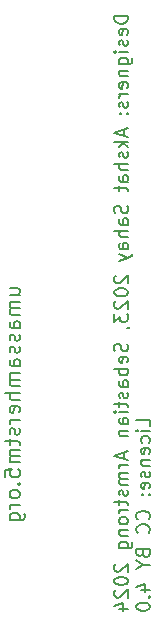
<source format=gbr>
%TF.GenerationSoftware,KiCad,Pcbnew,(5.1.12)-1*%
%TF.CreationDate,2022-01-27T23:25:20+05:30*%
%TF.ProjectId,M5_BuggyProject,4d355f42-7567-4677-9950-726f6a656374,v1.0*%
%TF.SameCoordinates,Original*%
%TF.FileFunction,Legend,Bot*%
%TF.FilePolarity,Positive*%
%FSLAX46Y46*%
G04 Gerber Fmt 4.6, Leading zero omitted, Abs format (unit mm)*
G04 Created by KiCad (PCBNEW (5.1.12)-1) date 2022-01-27 23:25:20*
%MOMM*%
%LPD*%
G01*
G04 APERTURE LIST*
%ADD10C,0.150000*%
%ADD11C,0.152400*%
G04 APERTURE END LIST*
D10*
X91675857Y-66662904D02*
X92522523Y-66662904D01*
X91675857Y-66118619D02*
X92341095Y-66118619D01*
X92462047Y-66179095D01*
X92522523Y-66300047D01*
X92522523Y-66481476D01*
X92462047Y-66602428D01*
X92401571Y-66662904D01*
X92522523Y-67267666D02*
X91675857Y-67267666D01*
X91796809Y-67267666D02*
X91736333Y-67328142D01*
X91675857Y-67449095D01*
X91675857Y-67630523D01*
X91736333Y-67751476D01*
X91857285Y-67811952D01*
X92522523Y-67811952D01*
X91857285Y-67811952D02*
X91736333Y-67872428D01*
X91675857Y-67993380D01*
X91675857Y-68174809D01*
X91736333Y-68295761D01*
X91857285Y-68356238D01*
X92522523Y-68356238D01*
X92522523Y-69505285D02*
X91857285Y-69505285D01*
X91736333Y-69444809D01*
X91675857Y-69323857D01*
X91675857Y-69081952D01*
X91736333Y-68961000D01*
X92462047Y-69505285D02*
X92522523Y-69384333D01*
X92522523Y-69081952D01*
X92462047Y-68961000D01*
X92341095Y-68900523D01*
X92220142Y-68900523D01*
X92099190Y-68961000D01*
X92038714Y-69081952D01*
X92038714Y-69384333D01*
X91978238Y-69505285D01*
X92462047Y-70049571D02*
X92522523Y-70170523D01*
X92522523Y-70412428D01*
X92462047Y-70533380D01*
X92341095Y-70593857D01*
X92280619Y-70593857D01*
X92159666Y-70533380D01*
X92099190Y-70412428D01*
X92099190Y-70231000D01*
X92038714Y-70110047D01*
X91917761Y-70049571D01*
X91857285Y-70049571D01*
X91736333Y-70110047D01*
X91675857Y-70231000D01*
X91675857Y-70412428D01*
X91736333Y-70533380D01*
X92462047Y-71077666D02*
X92522523Y-71198619D01*
X92522523Y-71440523D01*
X92462047Y-71561476D01*
X92341095Y-71621952D01*
X92280619Y-71621952D01*
X92159666Y-71561476D01*
X92099190Y-71440523D01*
X92099190Y-71259095D01*
X92038714Y-71138142D01*
X91917761Y-71077666D01*
X91857285Y-71077666D01*
X91736333Y-71138142D01*
X91675857Y-71259095D01*
X91675857Y-71440523D01*
X91736333Y-71561476D01*
X92522523Y-72710523D02*
X91857285Y-72710523D01*
X91736333Y-72650047D01*
X91675857Y-72529095D01*
X91675857Y-72287190D01*
X91736333Y-72166238D01*
X92462047Y-72710523D02*
X92522523Y-72589571D01*
X92522523Y-72287190D01*
X92462047Y-72166238D01*
X92341095Y-72105761D01*
X92220142Y-72105761D01*
X92099190Y-72166238D01*
X92038714Y-72287190D01*
X92038714Y-72589571D01*
X91978238Y-72710523D01*
X92522523Y-73315285D02*
X91675857Y-73315285D01*
X91796809Y-73315285D02*
X91736333Y-73375761D01*
X91675857Y-73496714D01*
X91675857Y-73678142D01*
X91736333Y-73799095D01*
X91857285Y-73859571D01*
X92522523Y-73859571D01*
X91857285Y-73859571D02*
X91736333Y-73920047D01*
X91675857Y-74041000D01*
X91675857Y-74222428D01*
X91736333Y-74343380D01*
X91857285Y-74403857D01*
X92522523Y-74403857D01*
X92522523Y-75008619D02*
X91252523Y-75008619D01*
X92522523Y-75552904D02*
X91857285Y-75552904D01*
X91736333Y-75492428D01*
X91675857Y-75371476D01*
X91675857Y-75190047D01*
X91736333Y-75069095D01*
X91796809Y-75008619D01*
X92462047Y-76641476D02*
X92522523Y-76520523D01*
X92522523Y-76278619D01*
X92462047Y-76157666D01*
X92341095Y-76097190D01*
X91857285Y-76097190D01*
X91736333Y-76157666D01*
X91675857Y-76278619D01*
X91675857Y-76520523D01*
X91736333Y-76641476D01*
X91857285Y-76701952D01*
X91978238Y-76701952D01*
X92099190Y-76097190D01*
X92522523Y-77246238D02*
X91675857Y-77246238D01*
X91917761Y-77246238D02*
X91796809Y-77306714D01*
X91736333Y-77367190D01*
X91675857Y-77488142D01*
X91675857Y-77609095D01*
X92462047Y-77971952D02*
X92522523Y-78092904D01*
X92522523Y-78334809D01*
X92462047Y-78455761D01*
X92341095Y-78516238D01*
X92280619Y-78516238D01*
X92159666Y-78455761D01*
X92099190Y-78334809D01*
X92099190Y-78153380D01*
X92038714Y-78032428D01*
X91917761Y-77971952D01*
X91857285Y-77971952D01*
X91736333Y-78032428D01*
X91675857Y-78153380D01*
X91675857Y-78334809D01*
X91736333Y-78455761D01*
X91675857Y-78879095D02*
X91675857Y-79362904D01*
X91252523Y-79060523D02*
X92341095Y-79060523D01*
X92462047Y-79121000D01*
X92522523Y-79241952D01*
X92522523Y-79362904D01*
X92522523Y-79786238D02*
X91675857Y-79786238D01*
X91796809Y-79786238D02*
X91736333Y-79846714D01*
X91675857Y-79967666D01*
X91675857Y-80149095D01*
X91736333Y-80270047D01*
X91857285Y-80330523D01*
X92522523Y-80330523D01*
X91857285Y-80330523D02*
X91736333Y-80391000D01*
X91675857Y-80511952D01*
X91675857Y-80693380D01*
X91736333Y-80814333D01*
X91857285Y-80874809D01*
X92522523Y-80874809D01*
X91252523Y-82084333D02*
X91252523Y-81479571D01*
X91857285Y-81419095D01*
X91796809Y-81479571D01*
X91736333Y-81600523D01*
X91736333Y-81902904D01*
X91796809Y-82023857D01*
X91857285Y-82084333D01*
X91978238Y-82144809D01*
X92280619Y-82144809D01*
X92401571Y-82084333D01*
X92462047Y-82023857D01*
X92522523Y-81902904D01*
X92522523Y-81600523D01*
X92462047Y-81479571D01*
X92401571Y-81419095D01*
X92401571Y-82689095D02*
X92462047Y-82749571D01*
X92522523Y-82689095D01*
X92462047Y-82628619D01*
X92401571Y-82689095D01*
X92522523Y-82689095D01*
X92522523Y-83475285D02*
X92462047Y-83354333D01*
X92401571Y-83293857D01*
X92280619Y-83233380D01*
X91917761Y-83233380D01*
X91796809Y-83293857D01*
X91736333Y-83354333D01*
X91675857Y-83475285D01*
X91675857Y-83656714D01*
X91736333Y-83777666D01*
X91796809Y-83838142D01*
X91917761Y-83898619D01*
X92280619Y-83898619D01*
X92401571Y-83838142D01*
X92462047Y-83777666D01*
X92522523Y-83656714D01*
X92522523Y-83475285D01*
X92522523Y-84442904D02*
X91675857Y-84442904D01*
X91917761Y-84442904D02*
X91796809Y-84503380D01*
X91736333Y-84563857D01*
X91675857Y-84684809D01*
X91675857Y-84805761D01*
X91675857Y-85773380D02*
X92703952Y-85773380D01*
X92824904Y-85712904D01*
X92885380Y-85652428D01*
X92945857Y-85531476D01*
X92945857Y-85350047D01*
X92885380Y-85229095D01*
X92462047Y-85773380D02*
X92522523Y-85652428D01*
X92522523Y-85410523D01*
X92462047Y-85289571D01*
X92401571Y-85229095D01*
X92280619Y-85168619D01*
X91917761Y-85168619D01*
X91796809Y-85229095D01*
X91736333Y-85289571D01*
X91675857Y-85410523D01*
X91675857Y-85652428D01*
X91736333Y-85773380D01*
D11*
X101691621Y-43062797D02*
X100548621Y-43062797D01*
X100548621Y-43334940D01*
X100603050Y-43498225D01*
X100711907Y-43607082D01*
X100820764Y-43661511D01*
X101038478Y-43715940D01*
X101201764Y-43715940D01*
X101419478Y-43661511D01*
X101528335Y-43607082D01*
X101637192Y-43498225D01*
X101691621Y-43334940D01*
X101691621Y-43062797D01*
X101637192Y-44641225D02*
X101691621Y-44532368D01*
X101691621Y-44314654D01*
X101637192Y-44205797D01*
X101528335Y-44151368D01*
X101092907Y-44151368D01*
X100984050Y-44205797D01*
X100929621Y-44314654D01*
X100929621Y-44532368D01*
X100984050Y-44641225D01*
X101092907Y-44695654D01*
X101201764Y-44695654D01*
X101310621Y-44151368D01*
X101637192Y-45131082D02*
X101691621Y-45239940D01*
X101691621Y-45457654D01*
X101637192Y-45566511D01*
X101528335Y-45620940D01*
X101473907Y-45620940D01*
X101365050Y-45566511D01*
X101310621Y-45457654D01*
X101310621Y-45294368D01*
X101256192Y-45185511D01*
X101147335Y-45131082D01*
X101092907Y-45131082D01*
X100984050Y-45185511D01*
X100929621Y-45294368D01*
X100929621Y-45457654D01*
X100984050Y-45566511D01*
X101691621Y-46110797D02*
X100929621Y-46110797D01*
X100548621Y-46110797D02*
X100603050Y-46056368D01*
X100657478Y-46110797D01*
X100603050Y-46165225D01*
X100548621Y-46110797D01*
X100657478Y-46110797D01*
X100929621Y-47144940D02*
X101854907Y-47144940D01*
X101963764Y-47090511D01*
X102018192Y-47036082D01*
X102072621Y-46927225D01*
X102072621Y-46763940D01*
X102018192Y-46655082D01*
X101637192Y-47144940D02*
X101691621Y-47036082D01*
X101691621Y-46818368D01*
X101637192Y-46709511D01*
X101582764Y-46655082D01*
X101473907Y-46600654D01*
X101147335Y-46600654D01*
X101038478Y-46655082D01*
X100984050Y-46709511D01*
X100929621Y-46818368D01*
X100929621Y-47036082D01*
X100984050Y-47144940D01*
X100929621Y-47689225D02*
X101691621Y-47689225D01*
X101038478Y-47689225D02*
X100984050Y-47743654D01*
X100929621Y-47852511D01*
X100929621Y-48015797D01*
X100984050Y-48124654D01*
X101092907Y-48179082D01*
X101691621Y-48179082D01*
X101637192Y-49158797D02*
X101691621Y-49049940D01*
X101691621Y-48832225D01*
X101637192Y-48723368D01*
X101528335Y-48668940D01*
X101092907Y-48668940D01*
X100984050Y-48723368D01*
X100929621Y-48832225D01*
X100929621Y-49049940D01*
X100984050Y-49158797D01*
X101092907Y-49213225D01*
X101201764Y-49213225D01*
X101310621Y-48668940D01*
X101691621Y-49703082D02*
X100929621Y-49703082D01*
X101147335Y-49703082D02*
X101038478Y-49757511D01*
X100984050Y-49811940D01*
X100929621Y-49920797D01*
X100929621Y-50029654D01*
X101637192Y-50356225D02*
X101691621Y-50465082D01*
X101691621Y-50682797D01*
X101637192Y-50791654D01*
X101528335Y-50846082D01*
X101473907Y-50846082D01*
X101365050Y-50791654D01*
X101310621Y-50682797D01*
X101310621Y-50519511D01*
X101256192Y-50410654D01*
X101147335Y-50356225D01*
X101092907Y-50356225D01*
X100984050Y-50410654D01*
X100929621Y-50519511D01*
X100929621Y-50682797D01*
X100984050Y-50791654D01*
X101582764Y-51335940D02*
X101637192Y-51390368D01*
X101691621Y-51335940D01*
X101637192Y-51281511D01*
X101582764Y-51335940D01*
X101691621Y-51335940D01*
X100984050Y-51335940D02*
X101038478Y-51390368D01*
X101092907Y-51335940D01*
X101038478Y-51281511D01*
X100984050Y-51335940D01*
X101092907Y-51335940D01*
X101365050Y-52696654D02*
X101365050Y-53240940D01*
X101691621Y-52587797D02*
X100548621Y-52968797D01*
X101691621Y-53349797D01*
X101691621Y-53730797D02*
X100548621Y-53730797D01*
X101256192Y-53839654D02*
X101691621Y-54166225D01*
X100929621Y-54166225D02*
X101365050Y-53730797D01*
X101637192Y-54601654D02*
X101691621Y-54710511D01*
X101691621Y-54928225D01*
X101637192Y-55037082D01*
X101528335Y-55091511D01*
X101473907Y-55091511D01*
X101365050Y-55037082D01*
X101310621Y-54928225D01*
X101310621Y-54764940D01*
X101256192Y-54656082D01*
X101147335Y-54601654D01*
X101092907Y-54601654D01*
X100984050Y-54656082D01*
X100929621Y-54764940D01*
X100929621Y-54928225D01*
X100984050Y-55037082D01*
X101691621Y-55581368D02*
X100548621Y-55581368D01*
X101691621Y-56071225D02*
X101092907Y-56071225D01*
X100984050Y-56016797D01*
X100929621Y-55907940D01*
X100929621Y-55744654D01*
X100984050Y-55635797D01*
X101038478Y-55581368D01*
X101691621Y-57105368D02*
X101092907Y-57105368D01*
X100984050Y-57050940D01*
X100929621Y-56942082D01*
X100929621Y-56724368D01*
X100984050Y-56615511D01*
X101637192Y-57105368D02*
X101691621Y-56996511D01*
X101691621Y-56724368D01*
X101637192Y-56615511D01*
X101528335Y-56561082D01*
X101419478Y-56561082D01*
X101310621Y-56615511D01*
X101256192Y-56724368D01*
X101256192Y-56996511D01*
X101201764Y-57105368D01*
X100929621Y-57486368D02*
X100929621Y-57921797D01*
X100548621Y-57649654D02*
X101528335Y-57649654D01*
X101637192Y-57704082D01*
X101691621Y-57812940D01*
X101691621Y-57921797D01*
X101637192Y-59119225D02*
X101691621Y-59282511D01*
X101691621Y-59554654D01*
X101637192Y-59663511D01*
X101582764Y-59717940D01*
X101473907Y-59772368D01*
X101365050Y-59772368D01*
X101256192Y-59717940D01*
X101201764Y-59663511D01*
X101147335Y-59554654D01*
X101092907Y-59336940D01*
X101038478Y-59228082D01*
X100984050Y-59173654D01*
X100875192Y-59119225D01*
X100766335Y-59119225D01*
X100657478Y-59173654D01*
X100603050Y-59228082D01*
X100548621Y-59336940D01*
X100548621Y-59609082D01*
X100603050Y-59772368D01*
X101691621Y-60752082D02*
X101092907Y-60752082D01*
X100984050Y-60697654D01*
X100929621Y-60588797D01*
X100929621Y-60371082D01*
X100984050Y-60262225D01*
X101637192Y-60752082D02*
X101691621Y-60643225D01*
X101691621Y-60371082D01*
X101637192Y-60262225D01*
X101528335Y-60207797D01*
X101419478Y-60207797D01*
X101310621Y-60262225D01*
X101256192Y-60371082D01*
X101256192Y-60643225D01*
X101201764Y-60752082D01*
X101691621Y-61296368D02*
X100548621Y-61296368D01*
X101691621Y-61786225D02*
X101092907Y-61786225D01*
X100984050Y-61731797D01*
X100929621Y-61622940D01*
X100929621Y-61459654D01*
X100984050Y-61350797D01*
X101038478Y-61296368D01*
X101691621Y-62820368D02*
X101092907Y-62820368D01*
X100984050Y-62765940D01*
X100929621Y-62657082D01*
X100929621Y-62439368D01*
X100984050Y-62330511D01*
X101637192Y-62820368D02*
X101691621Y-62711511D01*
X101691621Y-62439368D01*
X101637192Y-62330511D01*
X101528335Y-62276082D01*
X101419478Y-62276082D01*
X101310621Y-62330511D01*
X101256192Y-62439368D01*
X101256192Y-62711511D01*
X101201764Y-62820368D01*
X100929621Y-63255797D02*
X101691621Y-63527940D01*
X100929621Y-63800082D02*
X101691621Y-63527940D01*
X101963764Y-63419082D01*
X102018192Y-63364654D01*
X102072621Y-63255797D01*
X100657478Y-65051940D02*
X100603050Y-65106368D01*
X100548621Y-65215225D01*
X100548621Y-65487368D01*
X100603050Y-65596225D01*
X100657478Y-65650654D01*
X100766335Y-65705082D01*
X100875192Y-65705082D01*
X101038478Y-65650654D01*
X101691621Y-64997511D01*
X101691621Y-65705082D01*
X100548621Y-66412654D02*
X100548621Y-66521511D01*
X100603050Y-66630368D01*
X100657478Y-66684797D01*
X100766335Y-66739225D01*
X100984050Y-66793654D01*
X101256192Y-66793654D01*
X101473907Y-66739225D01*
X101582764Y-66684797D01*
X101637192Y-66630368D01*
X101691621Y-66521511D01*
X101691621Y-66412654D01*
X101637192Y-66303797D01*
X101582764Y-66249368D01*
X101473907Y-66194940D01*
X101256192Y-66140511D01*
X100984050Y-66140511D01*
X100766335Y-66194940D01*
X100657478Y-66249368D01*
X100603050Y-66303797D01*
X100548621Y-66412654D01*
X100657478Y-67229082D02*
X100603050Y-67283511D01*
X100548621Y-67392368D01*
X100548621Y-67664511D01*
X100603050Y-67773368D01*
X100657478Y-67827797D01*
X100766335Y-67882225D01*
X100875192Y-67882225D01*
X101038478Y-67827797D01*
X101691621Y-67174654D01*
X101691621Y-67882225D01*
X100548621Y-68263225D02*
X100548621Y-68970797D01*
X100984050Y-68589797D01*
X100984050Y-68753082D01*
X101038478Y-68861940D01*
X101092907Y-68916368D01*
X101201764Y-68970797D01*
X101473907Y-68970797D01*
X101582764Y-68916368D01*
X101637192Y-68861940D01*
X101691621Y-68753082D01*
X101691621Y-68426511D01*
X101637192Y-68317654D01*
X101582764Y-68263225D01*
X101637192Y-69515082D02*
X101691621Y-69515082D01*
X101800478Y-69460654D01*
X101854907Y-69406225D01*
X101637192Y-70821368D02*
X101691621Y-70984654D01*
X101691621Y-71256797D01*
X101637192Y-71365654D01*
X101582764Y-71420082D01*
X101473907Y-71474511D01*
X101365050Y-71474511D01*
X101256192Y-71420082D01*
X101201764Y-71365654D01*
X101147335Y-71256797D01*
X101092907Y-71039082D01*
X101038478Y-70930225D01*
X100984050Y-70875797D01*
X100875192Y-70821368D01*
X100766335Y-70821368D01*
X100657478Y-70875797D01*
X100603050Y-70930225D01*
X100548621Y-71039082D01*
X100548621Y-71311225D01*
X100603050Y-71474511D01*
X101637192Y-72399797D02*
X101691621Y-72290940D01*
X101691621Y-72073225D01*
X101637192Y-71964368D01*
X101528335Y-71909940D01*
X101092907Y-71909940D01*
X100984050Y-71964368D01*
X100929621Y-72073225D01*
X100929621Y-72290940D01*
X100984050Y-72399797D01*
X101092907Y-72454225D01*
X101201764Y-72454225D01*
X101310621Y-71909940D01*
X101691621Y-72944082D02*
X100548621Y-72944082D01*
X100984050Y-72944082D02*
X100929621Y-73052940D01*
X100929621Y-73270654D01*
X100984050Y-73379511D01*
X101038478Y-73433940D01*
X101147335Y-73488368D01*
X101473907Y-73488368D01*
X101582764Y-73433940D01*
X101637192Y-73379511D01*
X101691621Y-73270654D01*
X101691621Y-73052940D01*
X101637192Y-72944082D01*
X101691621Y-74468082D02*
X101092907Y-74468082D01*
X100984050Y-74413654D01*
X100929621Y-74304797D01*
X100929621Y-74087082D01*
X100984050Y-73978225D01*
X101637192Y-74468082D02*
X101691621Y-74359225D01*
X101691621Y-74087082D01*
X101637192Y-73978225D01*
X101528335Y-73923797D01*
X101419478Y-73923797D01*
X101310621Y-73978225D01*
X101256192Y-74087082D01*
X101256192Y-74359225D01*
X101201764Y-74468082D01*
X101637192Y-74957940D02*
X101691621Y-75066797D01*
X101691621Y-75284511D01*
X101637192Y-75393368D01*
X101528335Y-75447797D01*
X101473907Y-75447797D01*
X101365050Y-75393368D01*
X101310621Y-75284511D01*
X101310621Y-75121225D01*
X101256192Y-75012368D01*
X101147335Y-74957940D01*
X101092907Y-74957940D01*
X100984050Y-75012368D01*
X100929621Y-75121225D01*
X100929621Y-75284511D01*
X100984050Y-75393368D01*
X100929621Y-75774368D02*
X100929621Y-76209797D01*
X100548621Y-75937654D02*
X101528335Y-75937654D01*
X101637192Y-75992082D01*
X101691621Y-76100940D01*
X101691621Y-76209797D01*
X101691621Y-76590797D02*
X100929621Y-76590797D01*
X100548621Y-76590797D02*
X100603050Y-76536368D01*
X100657478Y-76590797D01*
X100603050Y-76645225D01*
X100548621Y-76590797D01*
X100657478Y-76590797D01*
X101691621Y-77624940D02*
X101092907Y-77624940D01*
X100984050Y-77570511D01*
X100929621Y-77461654D01*
X100929621Y-77243940D01*
X100984050Y-77135082D01*
X101637192Y-77624940D02*
X101691621Y-77516082D01*
X101691621Y-77243940D01*
X101637192Y-77135082D01*
X101528335Y-77080654D01*
X101419478Y-77080654D01*
X101310621Y-77135082D01*
X101256192Y-77243940D01*
X101256192Y-77516082D01*
X101201764Y-77624940D01*
X100929621Y-78169225D02*
X101691621Y-78169225D01*
X101038478Y-78169225D02*
X100984050Y-78223654D01*
X100929621Y-78332511D01*
X100929621Y-78495797D01*
X100984050Y-78604654D01*
X101092907Y-78659082D01*
X101691621Y-78659082D01*
X101365050Y-80019797D02*
X101365050Y-80564082D01*
X101691621Y-79910940D02*
X100548621Y-80291940D01*
X101691621Y-80672940D01*
X101691621Y-81053940D02*
X100929621Y-81053940D01*
X101147335Y-81053940D02*
X101038478Y-81108368D01*
X100984050Y-81162797D01*
X100929621Y-81271654D01*
X100929621Y-81380511D01*
X101691621Y-81761511D02*
X100929621Y-81761511D01*
X101038478Y-81761511D02*
X100984050Y-81815940D01*
X100929621Y-81924797D01*
X100929621Y-82088082D01*
X100984050Y-82196940D01*
X101092907Y-82251368D01*
X101691621Y-82251368D01*
X101092907Y-82251368D02*
X100984050Y-82305797D01*
X100929621Y-82414654D01*
X100929621Y-82577940D01*
X100984050Y-82686797D01*
X101092907Y-82741225D01*
X101691621Y-82741225D01*
X101637192Y-83231082D02*
X101691621Y-83339940D01*
X101691621Y-83557654D01*
X101637192Y-83666511D01*
X101528335Y-83720940D01*
X101473907Y-83720940D01*
X101365050Y-83666511D01*
X101310621Y-83557654D01*
X101310621Y-83394368D01*
X101256192Y-83285511D01*
X101147335Y-83231082D01*
X101092907Y-83231082D01*
X100984050Y-83285511D01*
X100929621Y-83394368D01*
X100929621Y-83557654D01*
X100984050Y-83666511D01*
X100929621Y-84047511D02*
X100929621Y-84482940D01*
X100548621Y-84210797D02*
X101528335Y-84210797D01*
X101637192Y-84265225D01*
X101691621Y-84374082D01*
X101691621Y-84482940D01*
X101691621Y-84863940D02*
X100929621Y-84863940D01*
X101147335Y-84863940D02*
X101038478Y-84918368D01*
X100984050Y-84972797D01*
X100929621Y-85081654D01*
X100929621Y-85190511D01*
X101691621Y-85734797D02*
X101637192Y-85625940D01*
X101582764Y-85571511D01*
X101473907Y-85517082D01*
X101147335Y-85517082D01*
X101038478Y-85571511D01*
X100984050Y-85625940D01*
X100929621Y-85734797D01*
X100929621Y-85898082D01*
X100984050Y-86006940D01*
X101038478Y-86061368D01*
X101147335Y-86115797D01*
X101473907Y-86115797D01*
X101582764Y-86061368D01*
X101637192Y-86006940D01*
X101691621Y-85898082D01*
X101691621Y-85734797D01*
X100929621Y-86605654D02*
X101691621Y-86605654D01*
X101038478Y-86605654D02*
X100984050Y-86660082D01*
X100929621Y-86768940D01*
X100929621Y-86932225D01*
X100984050Y-87041082D01*
X101092907Y-87095511D01*
X101691621Y-87095511D01*
X100929621Y-88129654D02*
X101854907Y-88129654D01*
X101963764Y-88075225D01*
X102018192Y-88020797D01*
X102072621Y-87911940D01*
X102072621Y-87748654D01*
X102018192Y-87639797D01*
X101637192Y-88129654D02*
X101691621Y-88020797D01*
X101691621Y-87803082D01*
X101637192Y-87694225D01*
X101582764Y-87639797D01*
X101473907Y-87585368D01*
X101147335Y-87585368D01*
X101038478Y-87639797D01*
X100984050Y-87694225D01*
X100929621Y-87803082D01*
X100929621Y-88020797D01*
X100984050Y-88129654D01*
X100657478Y-89490368D02*
X100603050Y-89544797D01*
X100548621Y-89653654D01*
X100548621Y-89925797D01*
X100603050Y-90034654D01*
X100657478Y-90089082D01*
X100766335Y-90143511D01*
X100875192Y-90143511D01*
X101038478Y-90089082D01*
X101691621Y-89435940D01*
X101691621Y-90143511D01*
X100548621Y-90851082D02*
X100548621Y-90959940D01*
X100603050Y-91068797D01*
X100657478Y-91123225D01*
X100766335Y-91177654D01*
X100984050Y-91232082D01*
X101256192Y-91232082D01*
X101473907Y-91177654D01*
X101582764Y-91123225D01*
X101637192Y-91068797D01*
X101691621Y-90959940D01*
X101691621Y-90851082D01*
X101637192Y-90742225D01*
X101582764Y-90687797D01*
X101473907Y-90633368D01*
X101256192Y-90578940D01*
X100984050Y-90578940D01*
X100766335Y-90633368D01*
X100657478Y-90687797D01*
X100603050Y-90742225D01*
X100548621Y-90851082D01*
X100657478Y-91667511D02*
X100603050Y-91721940D01*
X100548621Y-91830797D01*
X100548621Y-92102940D01*
X100603050Y-92211797D01*
X100657478Y-92266225D01*
X100766335Y-92320654D01*
X100875192Y-92320654D01*
X101038478Y-92266225D01*
X101691621Y-91613082D01*
X101691621Y-92320654D01*
X100929621Y-93300368D02*
X101691621Y-93300368D01*
X100494192Y-93028225D02*
X101310621Y-92756082D01*
X101310621Y-93463654D01*
X103558521Y-77788225D02*
X103558521Y-77243940D01*
X102415521Y-77243940D01*
X103558521Y-78169225D02*
X102796521Y-78169225D01*
X102415521Y-78169225D02*
X102469950Y-78114797D01*
X102524378Y-78169225D01*
X102469950Y-78223654D01*
X102415521Y-78169225D01*
X102524378Y-78169225D01*
X103504092Y-79203368D02*
X103558521Y-79094511D01*
X103558521Y-78876797D01*
X103504092Y-78767940D01*
X103449664Y-78713511D01*
X103340807Y-78659082D01*
X103014235Y-78659082D01*
X102905378Y-78713511D01*
X102850950Y-78767940D01*
X102796521Y-78876797D01*
X102796521Y-79094511D01*
X102850950Y-79203368D01*
X103504092Y-80128654D02*
X103558521Y-80019797D01*
X103558521Y-79802082D01*
X103504092Y-79693225D01*
X103395235Y-79638797D01*
X102959807Y-79638797D01*
X102850950Y-79693225D01*
X102796521Y-79802082D01*
X102796521Y-80019797D01*
X102850950Y-80128654D01*
X102959807Y-80183082D01*
X103068664Y-80183082D01*
X103177521Y-79638797D01*
X102796521Y-80672940D02*
X103558521Y-80672940D01*
X102905378Y-80672940D02*
X102850950Y-80727368D01*
X102796521Y-80836225D01*
X102796521Y-80999511D01*
X102850950Y-81108368D01*
X102959807Y-81162797D01*
X103558521Y-81162797D01*
X103504092Y-81652654D02*
X103558521Y-81761511D01*
X103558521Y-81979225D01*
X103504092Y-82088082D01*
X103395235Y-82142511D01*
X103340807Y-82142511D01*
X103231950Y-82088082D01*
X103177521Y-81979225D01*
X103177521Y-81815940D01*
X103123092Y-81707082D01*
X103014235Y-81652654D01*
X102959807Y-81652654D01*
X102850950Y-81707082D01*
X102796521Y-81815940D01*
X102796521Y-81979225D01*
X102850950Y-82088082D01*
X103504092Y-83067797D02*
X103558521Y-82958940D01*
X103558521Y-82741225D01*
X103504092Y-82632368D01*
X103395235Y-82577940D01*
X102959807Y-82577940D01*
X102850950Y-82632368D01*
X102796521Y-82741225D01*
X102796521Y-82958940D01*
X102850950Y-83067797D01*
X102959807Y-83122225D01*
X103068664Y-83122225D01*
X103177521Y-82577940D01*
X103449664Y-83612082D02*
X103504092Y-83666511D01*
X103558521Y-83612082D01*
X103504092Y-83557654D01*
X103449664Y-83612082D01*
X103558521Y-83612082D01*
X102850950Y-83612082D02*
X102905378Y-83666511D01*
X102959807Y-83612082D01*
X102905378Y-83557654D01*
X102850950Y-83612082D01*
X102959807Y-83612082D01*
X103449664Y-85680368D02*
X103504092Y-85625940D01*
X103558521Y-85462654D01*
X103558521Y-85353797D01*
X103504092Y-85190511D01*
X103395235Y-85081654D01*
X103286378Y-85027225D01*
X103068664Y-84972797D01*
X102905378Y-84972797D01*
X102687664Y-85027225D01*
X102578807Y-85081654D01*
X102469950Y-85190511D01*
X102415521Y-85353797D01*
X102415521Y-85462654D01*
X102469950Y-85625940D01*
X102524378Y-85680368D01*
X103449664Y-86823368D02*
X103504092Y-86768940D01*
X103558521Y-86605654D01*
X103558521Y-86496797D01*
X103504092Y-86333511D01*
X103395235Y-86224654D01*
X103286378Y-86170225D01*
X103068664Y-86115797D01*
X102905378Y-86115797D01*
X102687664Y-86170225D01*
X102578807Y-86224654D01*
X102469950Y-86333511D01*
X102415521Y-86496797D01*
X102415521Y-86605654D01*
X102469950Y-86768940D01*
X102524378Y-86823368D01*
X102959807Y-88565082D02*
X103014235Y-88728368D01*
X103068664Y-88782797D01*
X103177521Y-88837225D01*
X103340807Y-88837225D01*
X103449664Y-88782797D01*
X103504092Y-88728368D01*
X103558521Y-88619511D01*
X103558521Y-88184082D01*
X102415521Y-88184082D01*
X102415521Y-88565082D01*
X102469950Y-88673940D01*
X102524378Y-88728368D01*
X102633235Y-88782797D01*
X102742092Y-88782797D01*
X102850950Y-88728368D01*
X102905378Y-88673940D01*
X102959807Y-88565082D01*
X102959807Y-88184082D01*
X103014235Y-89544797D02*
X103558521Y-89544797D01*
X102415521Y-89163797D02*
X103014235Y-89544797D01*
X102415521Y-89925797D01*
X102796521Y-91667511D02*
X103558521Y-91667511D01*
X102361092Y-91395368D02*
X103177521Y-91123225D01*
X103177521Y-91830797D01*
X103449664Y-92266225D02*
X103504092Y-92320654D01*
X103558521Y-92266225D01*
X103504092Y-92211797D01*
X103449664Y-92266225D01*
X103558521Y-92266225D01*
X102415521Y-93028225D02*
X102415521Y-93137082D01*
X102469950Y-93245940D01*
X102524378Y-93300368D01*
X102633235Y-93354797D01*
X102850950Y-93409225D01*
X103123092Y-93409225D01*
X103340807Y-93354797D01*
X103449664Y-93300368D01*
X103504092Y-93245940D01*
X103558521Y-93137082D01*
X103558521Y-93028225D01*
X103504092Y-92919368D01*
X103449664Y-92864940D01*
X103340807Y-92810511D01*
X103123092Y-92756082D01*
X102850950Y-92756082D01*
X102633235Y-92810511D01*
X102524378Y-92864940D01*
X102469950Y-92919368D01*
X102415521Y-93028225D01*
M02*

</source>
